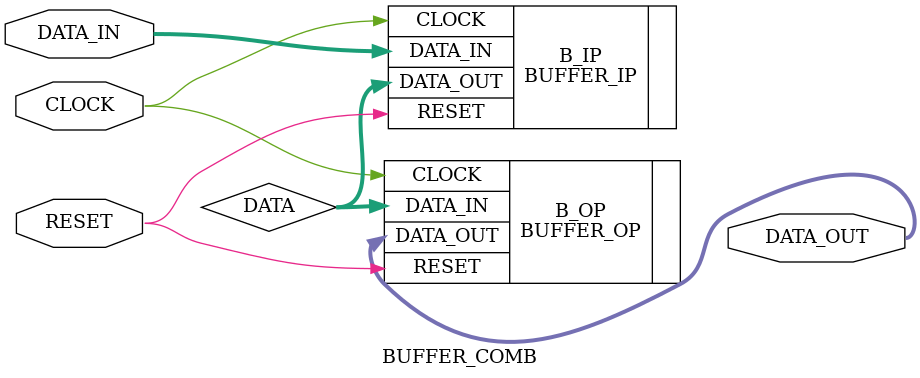
<source format=v>
module BUFFER_COMB #(
	parameter WIDTH = 10									// 10-bit wide buffer by default.
	)(
	input							CLOCK		,				// Clock signal for the buffer.
	input							RESET		,				// Reset signal.
	input		  [WIDTH-1 : 0]DATA_IN	,				// Input data, WIDTH-bits wide.
	output 	  [WIDTH-1 : 0]DATA_OUT					// Output data, WIDTH-bits wide.
);
	wire 		  [WIDTH-1 : 0]DATA		;				// Wire for transferring data from positive edge triggered buffer to negative edge triggered buffer.

BUFFER_IP #(												// Input Buffer:
	.WIDTH 		(WIDTH		)
	)
	B_IP(
	.CLOCK		(CLOCK		),							// Synchronous clock.
	.RESET		(RESET		),
	.DATA_IN		(DATA_IN		),
	.DATA_OUT	(DATA			)							// Output triggered at rising edge of CLOCK, input to BUFFER_OP.
);

BUFFER_OP #(												// Output Buffer:
	.WIDTH 		(WIDTH		)
	)
	B_OP(
	.CLOCK		(CLOCK		),							// Synchronous clock.
	.RESET		(RESET		),
	.DATA_IN		(DATA			),							// Output from BUFFER_IP.
	.DATA_OUT	(DATA_OUT	)							// Output triggered at falling edge of CLOCK.
);

endmodule

</source>
